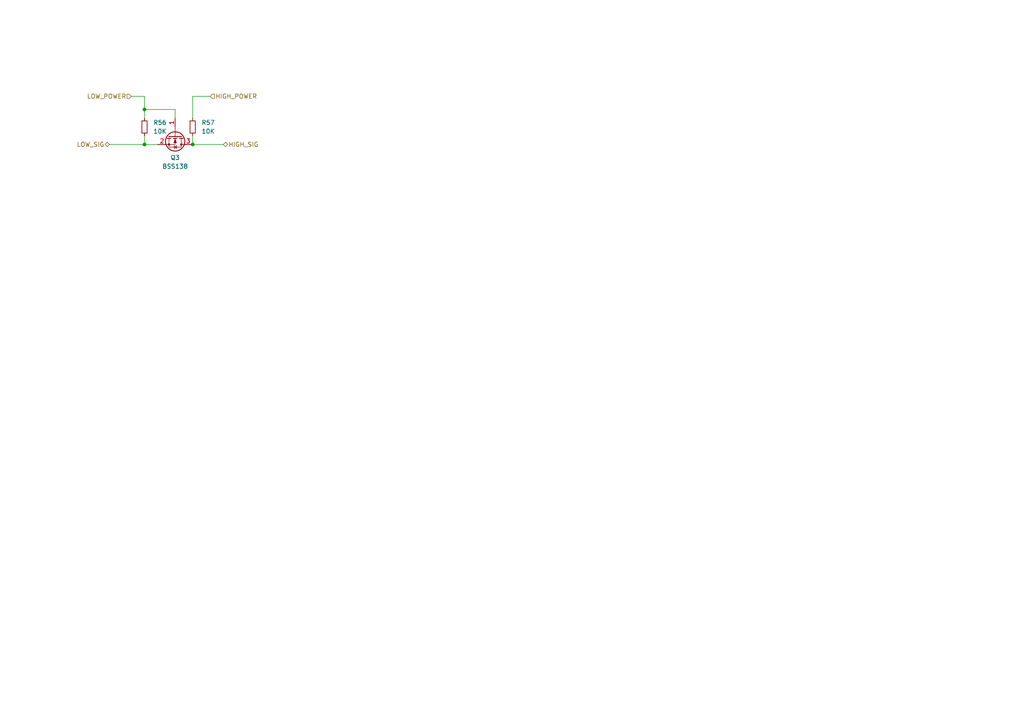
<source format=kicad_sch>
(kicad_sch (version 20231120) (generator "eeschema") (generator_version "8.0")
  (paper "A4")
  (lib_symbols
    (symbol "Device:R_Small" (pin_numbers hide) (pin_names (offset 0.254) hide)
      (property "Reference" "R" (at 0.762 0.508 0))
      (property "Value" "R_Small" (at 0.762 -1.016 0))
      (symbol "R_Small_0_1"
        (rectangle (start -0.762 1.778) (end 0.762 -1.778) (stroke (width 0.2032)))
      )
      (symbol "R_Small_1_1"
        (pin passive line (at 0 2.54 270) (length 0.762) (name "~") (number "1"))
        (pin passive line (at 0 -2.54 90) (length 0.762) (name "~") (number "2"))
      )
    )
    (symbol "Transistor_FET:BSS138" (pin_names hide)
      (property "Reference" "Q" (at 5.08 1.905 0))
      (property "Value" "BSS138" (at 5.08 0 0))
      (symbol "BSS138_0_1"
        (polyline (pts (xy 0.254 0) (xy -2.54 0)))
        (polyline (pts (xy 0.254 1.905) (xy 0.254 -1.905)) (stroke (width 0.254)))
        (polyline (pts (xy 0.762 -1.27) (xy 0.762 -2.286)) (stroke (width 0.254)))
        (polyline (pts (xy 0.762 0.508) (xy 0.762 -0.508)) (stroke (width 0.254)))
        (polyline (pts (xy 0.762 2.286) (xy 0.762 1.27)) (stroke (width 0.254)))
        (polyline (pts (xy 2.54 2.54) (xy 2.54 1.778)))
        (polyline (pts (xy 2.54 -2.54) (xy 2.54 0) (xy 0.762 0)))
        (polyline (pts (xy 0.762 -1.778) (xy 3.302 -1.778) (xy 3.302 1.778) (xy 0.762 1.778)))
        (polyline (pts (xy 1.016 0) (xy 2.032 0.381) (xy 2.032 -0.381) (xy 1.016 0)) (fill (type outline)))
        (polyline (pts (xy 2.794 0.508) (xy 2.921 0.381) (xy 3.683 0.381) (xy 3.81 0.254)))
        (polyline (pts (xy 3.302 0.381) (xy 2.921 -0.254) (xy 3.683 -0.254) (xy 3.302 0.381)))
        (circle (center 1.651 0) (radius 2.794) (stroke (width 0.254)))
        (circle (center 2.54 -1.778) (radius 0.254) (fill (type outline)))
        (circle (center 2.54 1.778) (radius 0.254) (fill (type outline)))
      )
      (symbol "BSS138_1_1"
        (pin input line (at -5.08 0 0) (length 2.54) (name "G") (number "1"))
        (pin passive line (at 2.54 -5.08 90) (length 2.54) (name "S") (number "2"))
        (pin passive line (at 2.54 5.08 270) (length 2.54) (name "D") (number "3"))
      )
    )
  )
  (junction (at 41.91 31.75))
  (junction (at 41.91 41.91))
  (junction (at 55.88 41.91))
  (wire (pts (xy 41.91 39.37) (xy 41.91 41.91)))
  (wire (pts (xy 50.8 34.29) (xy 50.8 31.75)))
  (wire (pts (xy 38.1 27.94) (xy 41.91 27.94)))
  (wire (pts (xy 55.88 41.91) (xy 64.77 41.91)))
  (wire (pts (xy 41.91 31.75) (xy 50.8 31.75)))
  (wire (pts (xy 41.91 31.75) (xy 41.91 34.29)))
  (wire (pts (xy 55.88 27.94) (xy 55.88 34.29)))
  (wire (pts (xy 31.75 41.91) (xy 41.91 41.91)))
  (wire (pts (xy 55.88 39.37) (xy 55.88 41.91)))
  (wire (pts (xy 55.88 27.94) (xy 60.96 27.94)))
  (wire (pts (xy 41.91 27.94) (xy 41.91 31.75)))
  (wire (pts (xy 41.91 41.91) (xy 45.72 41.91)))
  (hierarchical_label "LOW_SIG" (shape bidirectional) (at 31.75 41.91 180))
  (hierarchical_label "HIGH_SIG" (shape bidirectional) (at 64.77 41.91 0))
  (hierarchical_label "LOW_POWER" (shape input) (at 38.1 27.94 180))
  (hierarchical_label "HIGH_POWER" (shape input) (at 60.96 27.94 0))
  (symbol (lib_id "Device:R_Small") (at 55.88 36.83 0) (unit 1)
    (property "Reference" "R57" (at 58.42 35.5599 0) (effects (justify left)))
    (property "Value" "10K" (at 58.42 38.0999 0) (effects (justify left)))
    (property "Footprint" "Resistor_SMD:R_0805_2012Metric_Pad1.20x1.40mm_HandSolder" (effects (hide yes)))
    (property "Description" "Resistor, small symbol" (effects (hide yes)))
    (instances (project "CMZJ2" (path "" (reference "R57") (unit 1)) (path "" (reference "R59") (unit 1)) (path "" (reference "R61") (unit 1)) (path "" (reference "R63") (unit 1))))
  )
  (symbol (lib_id "Transistor_FET:BSS138") (at 50.8 39.37 270) (unit 1)
    (property "Reference" "Q3" (at 50.8 45.72 90))
    (property "Value" "BSS138" (at 50.8 48.26 90))
    (property "Footprint" "Package_TO_SOT_SMD:SOT-23" (effects (hide yes)))
    (property "Datasheet" "https://www.onsemi.com/pub/Collateral/BSS138-D.PDF" (effects (hide yes)))
    (property "Description" "50V Vds, 0.22A Id, N-Channel MOSFET, SOT-23" (effects (hide yes)))
    (instances (project "CMZJ2" (path "" (reference "Q3") (unit 1)) (path "" (reference "Q4") (unit 1)) (path "" (reference "Q5") (unit 1)) (path "" (reference "Q6") (unit 1))))
  )
  (symbol (lib_id "Device:R_Small") (at 41.91 36.83 0) (unit 1)
    (property "Reference" "R56" (at 44.45 35.5599 0) (effects (justify left)))
    (property "Value" "10K" (at 44.45 38.0999 0) (effects (justify left)))
    (property "Footprint" "Resistor_SMD:R_0805_2012Metric_Pad1.20x1.40mm_HandSolder" (effects (hide yes)))
    (property "Description" "Resistor, small symbol" (effects (hide yes)))
    (instances (project "CMZJ2" (path "" (reference "R56") (unit 1)) (path "" (reference "R58") (unit 1)) (path "" (reference "R60") (unit 1)) (path "" (reference "R62") (unit 1))))
  )
)
</source>
